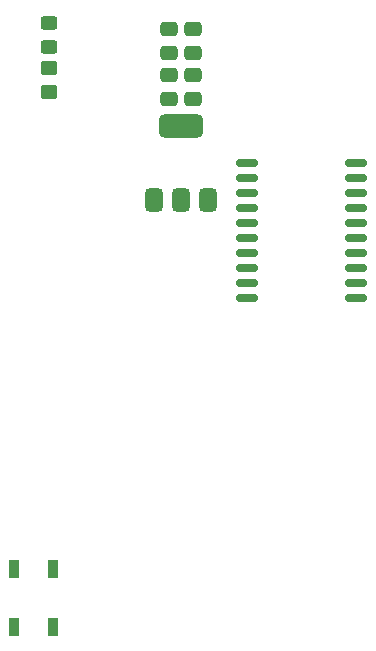
<source format=gbr>
%TF.GenerationSoftware,KiCad,Pcbnew,8.0.6*%
%TF.CreationDate,2025-03-04T23:13:55+07:00*%
%TF.ProjectId,micromouse,6d696372-6f6d-46f7-9573-652e6b696361,rev?*%
%TF.SameCoordinates,Original*%
%TF.FileFunction,Paste,Top*%
%TF.FilePolarity,Positive*%
%FSLAX46Y46*%
G04 Gerber Fmt 4.6, Leading zero omitted, Abs format (unit mm)*
G04 Created by KiCad (PCBNEW 8.0.6) date 2025-03-04 23:13:55*
%MOMM*%
%LPD*%
G01*
G04 APERTURE LIST*
G04 Aperture macros list*
%AMRoundRect*
0 Rectangle with rounded corners*
0 $1 Rounding radius*
0 $2 $3 $4 $5 $6 $7 $8 $9 X,Y pos of 4 corners*
0 Add a 4 corners polygon primitive as box body*
4,1,4,$2,$3,$4,$5,$6,$7,$8,$9,$2,$3,0*
0 Add four circle primitives for the rounded corners*
1,1,$1+$1,$2,$3*
1,1,$1+$1,$4,$5*
1,1,$1+$1,$6,$7*
1,1,$1+$1,$8,$9*
0 Add four rect primitives between the rounded corners*
20,1,$1+$1,$2,$3,$4,$5,0*
20,1,$1+$1,$4,$5,$6,$7,0*
20,1,$1+$1,$6,$7,$8,$9,0*
20,1,$1+$1,$8,$9,$2,$3,0*%
G04 Aperture macros list end*
%ADD10RoundRect,0.250000X-0.475000X0.337500X-0.475000X-0.337500X0.475000X-0.337500X0.475000X0.337500X0*%
%ADD11RoundRect,0.150000X-0.800000X-0.150000X0.800000X-0.150000X0.800000X0.150000X-0.800000X0.150000X0*%
%ADD12RoundRect,0.250000X-0.450000X0.325000X-0.450000X-0.325000X0.450000X-0.325000X0.450000X0.325000X0*%
%ADD13RoundRect,0.375000X0.375000X-0.625000X0.375000X0.625000X-0.375000X0.625000X-0.375000X-0.625000X0*%
%ADD14RoundRect,0.500000X1.400000X-0.500000X1.400000X0.500000X-1.400000X0.500000X-1.400000X-0.500000X0*%
%ADD15RoundRect,0.090000X-0.360000X0.660000X-0.360000X-0.660000X0.360000X-0.660000X0.360000X0.660000X0*%
%ADD16RoundRect,0.250000X0.450000X-0.350000X0.450000X0.350000X-0.450000X0.350000X-0.450000X-0.350000X0*%
G04 APERTURE END LIST*
D10*
%TO.C,C3*%
X140300000Y-76087500D03*
X140300000Y-78162500D03*
%TD*%
%TO.C,C1*%
X138299997Y-76087500D03*
X138299997Y-78162500D03*
%TD*%
%TO.C,C9*%
X138300000Y-79962500D03*
X138300000Y-82037500D03*
%TD*%
D11*
%TO.C,U4*%
X144900000Y-87485000D03*
X144900000Y-88755000D03*
X144900000Y-90025000D03*
X144900000Y-91295000D03*
X144900000Y-92565000D03*
X144900000Y-93835000D03*
X144900000Y-95105000D03*
X144900000Y-96375000D03*
X144900000Y-97645000D03*
X144900000Y-98915000D03*
X154100000Y-98915000D03*
X154100000Y-97645000D03*
X154100000Y-96375000D03*
X154100000Y-95105000D03*
X154100000Y-93835000D03*
X154100000Y-92565000D03*
X154100000Y-91295000D03*
X154100000Y-90025000D03*
X154100000Y-88755000D03*
X154100000Y-87485000D03*
%TD*%
D12*
%TO.C,D1*%
X128100000Y-75550002D03*
X128100000Y-77600000D03*
%TD*%
D10*
%TO.C,C11*%
X140300000Y-79962500D03*
X140300000Y-82037500D03*
%TD*%
D13*
%TO.C,U3*%
X137000000Y-90599999D03*
X139300000Y-90599998D03*
D14*
X139300000Y-84300000D03*
D13*
X141600000Y-90599999D03*
%TD*%
D15*
%TO.C,D3*%
X128500000Y-121800000D03*
X125200000Y-121800000D03*
X125200000Y-126700000D03*
X128500000Y-126700000D03*
%TD*%
D16*
%TO.C,R1*%
X128100000Y-81400000D03*
X128100000Y-79400000D03*
%TD*%
M02*

</source>
